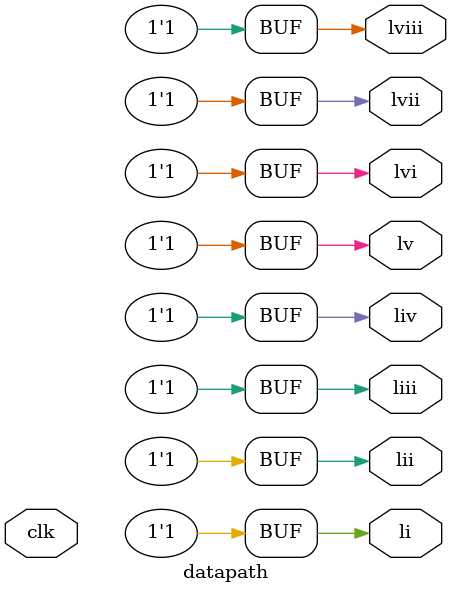
<source format=sv>

module register (input logic [7:0] inp, input logic clk, ld, cl, output logic [7:0] regis);
		logic [7:0] regis_store; 
        always_ff @(posedge clk) begin
            if(cl == 1)
                regis_store <= 8'b0000_0000;
            else if(cl == 0 && ld == 1) 
                regis_store <= inp;
				else
					regis_store = regis_store;
        end 
		  // this scpoe for storage inp in register, cant assign data in parameter:declare register_store for this point.
		  always_comb begin
			 regis = regis_store;
		  end
		  
endmodule

module shifter (input logic func, output logic[7:0] inp);
	always_comb begin
        if(func == 2'b00)
            inp = inp;
        else if(func == 2'b01)
            inp = inp << 1;
        else if(func == 2'b10)
            inp = inp >> 1;
		  else
			inp = inp >> 1;
	end
endmodule

module datapath_m(input logic clk, sel_i, sel_ii, cl, ld,input logic [1:0] funcc,output logic [7:0] o);

	logic [7:0] a,b;
    logic [7:0] dp, regis, dp_init;

    initial begin
		a = 8'b1000_0000;
		b = 8'b0000_0001;
		dp_init = 8'b0000_0000;
        regis = 8'b0000_0000;
        dp = 8'b0000_0000;
    end
	 
    assign dp_init = (sel_i == 1)? a : b;
	assign dp = (sel_ii == 1)? dp : dp_init;
    shifter sf( .inp(dp), .func(funcc) );
	register re ( .inp(dp), .clk(clk), .cl(cl), .ld(ld), .regis(o));
	 
endmodule


module fsm (input logic clk, output logic li, lii, liii, liv, lv, lvi, lvii, lviii);
	logic [1:0] ns;
	//logic [1:0] ns_funcc;
	logic [7:0] fromdap;
    logic sel_i, sel_ii, cl, ld;
	logic [1:0] funcc;
	 
    initial begin
	    fromdap = 8'b0000_0000;
		sel_i = 0;
		sel_ii = 1;
		cl = 0;
		ld = 1;
		funcc = 2'b01;
    end

    // Connect modules
	 next_state nxt (.sel_ii(sel_ii), .ns(ns), .o(fromdap));
	 d_flipflop ff_sel_ii ( .d(ns[0]), .clk(clk), .q(sel_ii) );
    d_flipflop ff_cl ( .d(ns[1]), .clk(clk), .q(cl) );
	 datapath_m data ( .clk(clk), .sel_i(sel_i), .sel_ii(sel_i), .cl(cl), .ld(ld), .funcc(funcc), .o(fromdap));
    gen_output gen ( .fromdap(fromdap), .li(li), .lii(lii), .liii(liii), .liv(liv), .lv(lv), .lvi(lvi), .lvii(lvii), .lviii(lviii));
	 
endmodule

module next_state(input logic [7:0] o, input logic sel_ii, output logic [1:0] ns);
	always_comb begin	
		if(sel_ii == 1) begin
			if(o == 8'b0000_0000) ns = 2'b01;
			else ns = 2'b10;
		end
		else begin
			ns = 2'b10;
		end
	end
endmodule

module d_flipflop (input logic d, clk, output logic q);
    always_ff @(posedge clk) begin
        q <= d;
    end
endmodule

module gen_output(input logic [7:0] fromdap, output logic li, lii, liii, liv, lv, lvi, lvii, lviii);
	 always_comb begin
	 
		{li, lii, liii, liv, lv, lvi, lvii, lviii} = ~fromdap;
		
	 end
endmodule

//module lab13(input logic clk, key, swi, swii, output logic li, lii, liii, ri, rii, riii);
module datapath(input logic clk, output logic li, lii, liii, liv, lv, lvi, lvii, lviii );
	 integer counter;
	 logic clk_out,clk_use;
    initial begin
		  counter = 1000;
		  clk_use = 0;
		  {li, lii, liii, liv, lv, lvi, lvii, lviii} = 8'b1111_1111;
    end
    PLL pll_component(clk,clk_out);
	 fsm fsm1( .clk(clk_use), .li(li), .lii(lii), .liii(liii), .liv(liv), .lv(lv), .lvi(lvi), .lvii(lvii), .lviii(lviii));
    always_ff @(posedge clk_out) begin
   	 if(counter != 0)
   		 counter = counter - 1;
   	 else begin
   		 counter = 1000;
			 clk_use = ~clk_use;
			
   	 end
    end
endmodule
</source>
